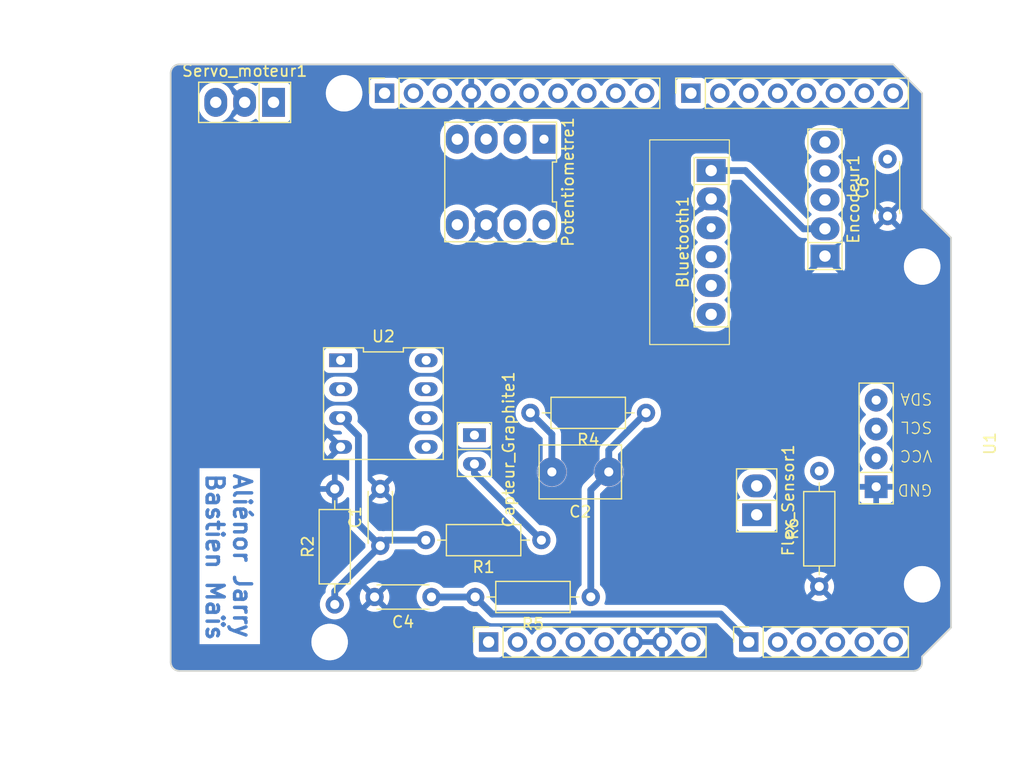
<source format=kicad_pcb>
(kicad_pcb (version 20241229) (generator "pcbnew") (generator_version "9.0")
  (title_block (date "mar. 31 mars 2015"))
  (layers (0 "F.Cu" signal) (2 "B.Cu" signal) (13 "F.Paste" user) (15 "B.Paste" user) (5 "F.SilkS" user "F.Silkscreen") (7 "B.SilkS" user "B.Silkscreen") (1 "F.Mask" user) (3 "B.Mask" user) (25 "Edge.Cuts" user))
  (net 0 "")
  (net 1 "GND")
  (net 3 "+5V")
  (net 4 "/IOREF")
  (net 5 "TXD")
  (net 6 "RXD")
  (net 7 "/A2")
  (net 8 "/A3")
  (net 9 "R3")
  (net 10 "DATA")
  (net 11 "SW")
  (net 12 "/12")
  (net 13 "/AREF")
  (net 14 "CS")
  (net 15 "SCL")
  (net 16 "SCK")
  (net 17 "SI")
  (net 18 "/*9")
  (net 19 "A4")
  (net 20 "A1")
  (net 21 "/*6")
  (net 22 "CLK")
  (net 23 "/TX{slash}1")
  (net 24 "D3")
  (net 25 "/RX{slash}0")
  (net 26 "+3V3")
  (net 27 "VCC")
  (net 28 "/~{RESET}")
  (net 29 "Net-(C2-Pad1)")
  (net 30 "ADC")
  (net 31 "Net-(Capteur_Graphite1-SCRC)")
  (net 37 "Net-(U2-+)")
  (footprint "Connector_PinSocket_2.54mm:PinSocket_1x08_P2.54mm_Vertical" (layer "F.Cu") (at 127.94 97.46 90)
    (property "Reference" "J1" (hide yes))
    (property "Value" "Power")
    (fp_line (start 1.33 -1.33) (end 1.33 0) (stroke (width 0.12)) (layer "F.SilkS"))
    (fp_line (start 0 -1.33) (end 1.33 -1.33) (stroke (width 0.12)) (layer "F.SilkS"))
    (fp_line (start 1.33 1.27) (end 1.33 19.11) (stroke (width 0.12)) (layer "F.SilkS"))
    (fp_line (start -1.33 1.27) (end 1.33 1.27) (stroke (width 0.12)) (layer "F.SilkS"))
    (fp_line (start -1.33 1.27) (end -1.33 19.11) (stroke (width 0.12)) (layer "F.SilkS"))
    (fp_line (start -1.33 19.11) (end 1.33 19.11) (stroke (width 0.12)) (layer "F.SilkS"))
    (pad "1" thru_hole rect (at 0 0 90) (size 1.7 1.7) (drill 1) (layers "*.Cu" "*.Mask"))
    (pad "2" thru_hole oval (at 0 2.54 90) (size 1.7 1.7) (drill 1) (layers "*.Cu" "*.Mask") (net 4 "/IOREF"))
    (pad "3" thru_hole oval (at 0 5.08 90) (size 1.7 1.7) (drill 1) (layers "*.Cu" "*.Mask") (net 28 "/~{RESET}"))
    (pad "4" thru_hole oval (at 0 7.62 90) (size 1.7 1.7) (drill 1) (layers "*.Cu" "*.Mask") (net 26 "+3V3"))
    (pad "5" thru_hole oval (at 0 10.16 90) (size 1.7 1.7) (drill 1) (layers "*.Cu" "*.Mask") (net 3 "+5V"))
    (pad "6" thru_hole oval (at 0 12.7 90) (size 1.7 1.7) (drill 1) (layers "*.Cu" "*.Mask") (net 1 "GND"))
    (pad "7" thru_hole oval (at 0 15.24 90) (size 1.7 1.7) (drill 1) (layers "*.Cu" "*.Mask") (net 1 "GND"))
    (pad "8" thru_hole oval (at 0 17.78 90) (size 1.7 1.7) (drill 1) (layers "*.Cu" "*.Mask") (net 27 "VCC"))
  )
  (footprint "Connector_PinSocket_2.54mm:PinSocket_1x06_P2.54mm_Vertical" (layer "F.Cu") (at 150.8 97.46 90)
    (property "Reference" "J3" (hide yes))
    (property "Value" "Analog")
    (fp_line (start 1.33 -1.33) (end 1.33 0) (stroke (width 0.12)) (layer "F.SilkS"))
    (fp_line (start 0 -1.33) (end 1.33 -1.33) (stroke (width 0.12)) (layer "F.SilkS"))
    (fp_line (start 1.33 1.27) (end 1.33 14.03) (stroke (width 0.12)) (layer "F.SilkS"))
    (fp_line (start -1.33 1.27) (end 1.33 1.27) (stroke (width 0.12)) (layer "F.SilkS"))
    (fp_line (start -1.33 1.27) (end -1.33 14.03) (stroke (width 0.12)) (layer "F.SilkS"))
    (fp_line (start -1.33 14.03) (end 1.33 14.03) (stroke (width 0.12)) (layer "F.SilkS"))
    (pad "1" thru_hole rect (at 0 0 90) (size 1.7 1.7) (drill 1) (layers "*.Cu" "*.Mask") (net 30 "ADC"))
    (pad "2" thru_hole oval (at 0 2.54 90) (size 1.7 1.7) (drill 1) (layers "*.Cu" "*.Mask") (net 20 "A1"))
    (pad "3" thru_hole oval (at 0 5.08 90) (size 1.7 1.7) (drill 1) (layers "*.Cu" "*.Mask") (net 7 "/A2"))
    (pad "4" thru_hole oval (at 0 7.62 90) (size 1.7 1.7) (drill 1) (layers "*.Cu" "*.Mask") (net 8 "/A3"))
    (pad "5" thru_hole oval (at 0 10.16 90) (size 1.7 1.7) (drill 1) (layers "*.Cu" "*.Mask") (net 19 "A4"))
    (pad "6" thru_hole oval (at 0 12.7 90) (size 1.7 1.7) (drill 1) (layers "*.Cu" "*.Mask") (net 15 "SCL"))
  )
  (footprint "Connector_PinSocket_2.54mm:PinSocket_1x10_P2.54mm_Vertical" (layer "F.Cu") (at 118.796 49.2 90)
    (property "Reference" "J2" (hide yes))
    (property "Value" "Digital/PWM")
    (fp_line (start 1.33 -1.33) (end 1.33 0) (stroke (width 0.12)) (layer "F.SilkS"))
    (fp_line (start 0 -1.33) (end 1.33 -1.33) (stroke (width 0.12)) (layer "F.SilkS"))
    (fp_line (start 1.33 1.27) (end 1.33 24.19) (stroke (width 0.12)) (layer "F.SilkS"))
    (fp_line (start -1.33 1.27) (end 1.33 1.27) (stroke (width 0.12)) (layer "F.SilkS"))
    (fp_line (start -1.33 1.27) (end -1.33 24.19) (stroke (width 0.12)) (layer "F.SilkS"))
    (fp_line (start -1.33 24.19) (end 1.33 24.19) (stroke (width 0.12)) (layer "F.SilkS"))
    (pad "1" thru_hole rect (at 0 0 90) (size 1.7 1.7) (drill 1) (layers "*.Cu" "*.Mask") (net 15 "SCL"))
    (pad "2" thru_hole oval (at 0 2.54 90) (size 1.7 1.7) (drill 1) (layers "*.Cu" "*.Mask") (net 19 "A4"))
    (pad "3" thru_hole oval (at 0 5.08 90) (size 1.7 1.7) (drill 1) (layers "*.Cu" "*.Mask") (net 13 "/AREF"))
    (pad "4" thru_hole oval (at 0 7.62 90) (size 1.7 1.7) (drill 1) (layers "*.Cu" "*.Mask") (net 1 "GND"))
    (pad "5" thru_hole oval (at 0 10.16 90) (size 1.7 1.7) (drill 1) (layers "*.Cu" "*.Mask") (net 16 "SCK"))
    (pad "6" thru_hole oval (at 0 12.7 90) (size 1.7 1.7) (drill 1) (layers "*.Cu" "*.Mask") (net 12 "/12"))
    (pad "7" thru_hole oval (at 0 15.24 90) (size 1.7 1.7) (drill 1) (layers "*.Cu" "*.Mask") (net 14 "CS"))
    (pad "8" thru_hole oval (at 0 17.78 90) (size 1.7 1.7) (drill 1) (layers "*.Cu" "*.Mask") (net 17 "SI"))
    (pad "9" thru_hole oval (at 0 20.32 90) (size 1.7 1.7) (drill 1) (layers "*.Cu" "*.Mask") (net 18 "/*9"))
    (pad "10" thru_hole oval (at 0 22.86 90) (size 1.7 1.7) (drill 1) (layers "*.Cu" "*.Mask") (net 6 "RXD"))
  )
  (footprint "Connector_PinSocket_2.54mm:PinSocket_1x08_P2.54mm_Vertical" (layer "F.Cu") (at 145.72 49.2 90)
    (property "Reference" "J4" (hide yes))
    (property "Value" "Digital/PWM")
    (fp_line (start 1.33 -1.33) (end 1.33 0) (stroke (width 0.12)) (layer "F.SilkS"))
    (fp_line (start 0 -1.33) (end 1.33 -1.33) (stroke (width 0.12)) (layer "F.SilkS"))
    (fp_line (start 1.33 1.27) (end 1.33 19.11) (stroke (width 0.12)) (layer "F.SilkS"))
    (fp_line (start -1.33 1.27) (end 1.33 1.27) (stroke (width 0.12)) (layer "F.SilkS"))
    (fp_line (start -1.33 1.27) (end -1.33 19.11) (stroke (width 0.12)) (layer "F.SilkS"))
    (fp_line (start -1.33 19.11) (end 1.33 19.11) (stroke (width 0.12)) (layer "F.SilkS"))
    (pad "1" thru_hole rect (at 0 0 90) (size 1.7 1.7) (drill 1) (layers "*.Cu" "*.Mask") (net 5 "TXD"))
    (pad "2" thru_hole oval (at 0 2.54 90) (size 1.7 1.7) (drill 1) (layers "*.Cu" "*.Mask") (net 21 "/*6"))
    (pad "3" thru_hole oval (at 0 5.08 90) (size 1.7 1.7) (drill 1) (layers "*.Cu" "*.Mask") (net 11 "SW"))
    (pad "4" thru_hole oval (at 0 7.62 90) (size 1.7 1.7) (drill 1) (layers "*.Cu" "*.Mask") (net 10 "DATA"))
    (pad "5" thru_hole oval (at 0 10.16 90) (size 1.7 1.7) (drill 1) (layers "*.Cu" "*.Mask") (net 24 "D3"))
    (pad "6" thru_hole oval (at 0 12.7 90) (size 1.7 1.7) (drill 1) (layers "*.Cu" "*.Mask") (net 22 "CLK"))
    (pad "7" thru_hole oval (at 0 15.24 90) (size 1.7 1.7) (drill 1) (layers "*.Cu" "*.Mask") (net 23 "/TX{slash}1"))
    (pad "8" thru_hole oval (at 0 17.78 90) (size 1.7 1.7) (drill 1) (layers "*.Cu" "*.Mask") (net 25 "/RX{slash}0"))
  )
  (footprint "Resistor_THT:R_Axial_DIN0207_L6.3mm_D2.5mm_P10.16mm_Horizontal" (layer "F.Cu") (at 132.58 88.5 180)
    (property "Reference" "R1" (at 5.08 -2.37 0) (layer "F.SilkS"))
    (property "Value" "10k")
    (fp_line (start 9.12 0) (end 8.35 0) (stroke (width 0.12)) (layer "F.SilkS"))
    (fp_line (start 8.35 1.37) (end 8.35 -1.37) (stroke (width 0.12)) (layer "F.SilkS"))
    (fp_line (start 8.35 -1.37) (end 1.81 -1.37) (stroke (width 0.12)) (layer "F.SilkS"))
    (fp_line (start 1.81 1.37) (end 8.35 1.37) (stroke (width 0.12)) (layer "F.SilkS"))
    (fp_line (start 1.81 -1.37) (end 1.81 1.37) (stroke (width 0.12)) (layer "F.SilkS"))
    (fp_line (start 1.04 0) (end 1.81 0) (stroke (width 0.12)) (layer "F.SilkS"))
    (pad "1" thru_hole circle (at 0 0 180) (size 1.6 1.6) (drill 0.8) (layers "*.Cu" "*.Mask") (net 31 "Net-(Capteur_Graphite1-SCRC)"))
    (pad "2" thru_hole oval (at 10.16 0 180) (size 1.6 1.6) (drill 0.8) (layers "*.Cu" "*.Mask") (net 37 "Net-(U2-+)"))
  )
  (footprint "ma_lib_empreinte:Capteur" (layer "F.Cu") (at 126.695 80.535 -90)
    (property "Reference" "Capteur_Graphite1" (at 0 -3 90) (layer "F.SilkS"))
    (property "Value" "~")
    (fp_line (start -2.37 1.5) (end -2.37 -1.5) (stroke (width 0.12)) (layer "F.SilkS"))
    (fp_line (start 2.37 1.5) (end -2.37 1.5) (stroke (width 0.12)) (layer "F.SilkS"))
    (fp_line (start -2.37 -1.5) (end 2.37 -1.5) (stroke (width 0.12)) (layer "F.SilkS"))
    (fp_line (start 0 -1.5) (end 0 1.5) (stroke (width 0.12)) (layer "F.SilkS"))
    (fp_line (start 2.37 -1.5) (end 2.37 1.5) (stroke (width 0.12)) (layer "F.SilkS"))
    (pad "1" thru_hole rect (at -1.27 0 270) (size 1.2 2) (drill 0.8) (layers "*.Cu" "*.Mask") (net 3 "+5V"))
    (pad "2" thru_hole oval (at 1.27 0 270) (size 1.2 2) (drill 0.8) (layers "*.Cu" "*.Mask") (net 31 "Net-(Capteur_Graphite1-SCRC)"))
  )
  (footprint "Resistor_THT:R_Axial_DIN0207_L6.3mm_D2.5mm_P10.16mm_Horizontal" (layer "F.Cu") (at 136.92 93.5 180)
    (property "Reference" "R5" (at 5.08 -2.37 0) (layer "F.SilkS"))
    (property "Value" "1k")
    (fp_line (start 9.12 0) (end 8.35 0) (stroke (width 0.12)) (layer "F.SilkS"))
    (fp_line (start 8.35 1.37) (end 8.35 -1.37) (stroke (width 0.12)) (layer "F.SilkS"))
    (fp_line (start 8.35 -1.37) (end 1.81 -1.37) (stroke (width 0.12)) (layer "F.SilkS"))
    (fp_line (start 1.81 1.37) (end 8.35 1.37) (stroke (width 0.12)) (layer "F.SilkS"))
    (fp_line (start 1.81 -1.37) (end 1.81 1.37) (stroke (width 0.12)) (layer "F.SilkS"))
    (fp_line (start 1.04 0) (end 1.81 0) (stroke (width 0.12)) (layer "F.SilkS"))
    (pad "1" thru_hole circle (at 0 0 180) (size 1.6 1.6) (drill 0.8) (layers "*.Cu" "*.Mask") (net 29 "Net-(C2-Pad1)"))
    (pad "2" thru_hole oval (at 10.16 0 180) (size 1.6 1.6) (drill 0.8) (layers "*.Cu" "*.Mask") (net 30 "ADC"))
  )
  (footprint "Resistor_THT:R_Axial_DIN0207_L6.3mm_D2.5mm_P10.16mm_Horizontal" (layer "F.Cu") (at 157 92.58 90)
    (property "Reference" "R6" (at 5.08 -2.37 90) (layer "F.SilkS"))
    (property "Value" "47k")
    (fp_line (start 8.35 -1.37) (end 1.81 -1.37) (stroke (width 0.12)) (layer "F.SilkS"))
    (fp_line (start 1.81 -1.37) (end 1.81 1.37) (stroke (width 0.12)) (layer "F.SilkS"))
    (fp_line (start 9.12 0) (end 8.35 0) (stroke (width 0.12)) (layer "F.SilkS"))
    (fp_line (start 1.04 0) (end 1.81 0) (stroke (width 0.12)) (layer "F.SilkS"))
    (fp_line (start 8.35 1.37) (end 8.35 -1.37) (stroke (width 0.12)) (layer "F.SilkS"))
    (fp_line (start 1.81 1.37) (end 8.35 1.37) (stroke (width 0.12)) (layer "F.SilkS"))
    (pad "1" thru_hole circle (at 0 0 90) (size 1.6 1.6) (drill 0.8) (layers "*.Cu" "*.Mask") (net 1 "GND"))
    (pad "2" thru_hole oval (at 10.16 0 90) (size 1.6 1.6) (drill 0.8) (layers "*.Cu" "*.Mask") (net 20 "A1"))
  )
  (footprint "ma_lib_empreinte:Bluetooth" (layer "F.Cu") (at 147.5 62.3 -90)
    (property "Reference" "Bluetooth1" (at 0 2.5 90) (layer "F.SilkS"))
    (property "Value" "~")
    (fp_line (start -7.45 1.5) (end -7.45 -1.5) (stroke (width 0.12)) (layer "F.SilkS"))
    (fp_line (start 7.45 1.5) (end -7.45 1.5) (stroke (width 0.12)) (layer "F.SilkS"))
    (fp_line (start -7.45 -1.5) (end 7.45 -1.5) (stroke (width 0.12)) (layer "F.SilkS"))
    (fp_line (start -5.08 -1.5) (end -5.08 1.5) (stroke (width 0.12)) (layer "F.SilkS"))
    (fp_line (start 7.45 -1.5) (end 7.45 1.5) (stroke (width 0.12)) (layer "F.SilkS"))
    (fp_rect (start -9 -1.6) (end 9 5.4) (stroke (width 0.1)) (fill no) (layer "F.SilkS"))
    (pad "1" thru_hole rect (at -6.3 0 270) (size 2 2.54) (drill 1) (layers "*.Cu" "*.Mask") (net 3 "+5V"))
    (pad "2" thru_hole oval (at -3.81 0 270) (size 2 2.54) (drill 1) (layers "*.Cu" "*.Mask") (net 1 "GND"))
    (pad "3" thru_hole oval (at -1.27 0 270) (size 2 2.54) (drill 0.8) (layers "*.Cu" "*.Mask") (net 5 "TXD"))
    (pad "4" thru_hole oval (at 1.27 0 270) (size 2 2.54) (drill 1) (layers "*.Cu" "*.Mask") (net 6 "RXD"))
    (pad "5" thru_hole oval (at 3.81 0 270) (size 2 2.54) (drill 1) (layers "*.Cu" "*.Mask"))
    (pad "6" thru_hole oval (at 6.35 0 270) (size 2 2.54) (drill 1) (layers "*.Cu" "*.Mask"))
  )
  (footprint "Capacitor_THT:C_Rect_L7.0mm_W4.5mm_P5.00mm" (layer "F.Cu") (at 138.5 82.5 180)
    (property "Reference" "C2" (at 2.5 -3.5 0) (layer "F.SilkS"))
    (property "Value" "1u")
    (fp_line (start 6.12 -2.37) (end 6.12 2.37) (stroke (width 0.12)) (layer "F.SilkS"))
    (fp_line (start -1.12 2.37) (end 6.12 2.37) (stroke (width 0.12)) (layer "F.SilkS"))
    (fp_line (start -1.12 -2.37) (end 6.12 -2.37) (stroke (width 0.12)) (layer "F.SilkS"))
    (fp_line (start -1.12 -2.37) (end -1.12 2.37) (stroke (width 0.12)) (layer "F.SilkS"))
    (pad "1" thru_hole circle (at 0 0 180) (size 2.54 2.54) (drill 0.8) (layers "*.Cu" "*.Mask") (net 29 "Net-(C2-Pad1)"))
    (pad "2" thru_hole circle (at 5 0 180) (size 2.54 2.54) (drill 0.8) (layers "*.Cu" "*.Mask") (net 9 "R3"))
  )
  (footprint "Arduino_MountingHole:MountingHole_3.2mm" (layer "F.Cu") (at 115.24 49.2)
    (property "Reference" "MH1" (hide yes))
    (property "Value" "MountingHole_3.2mm" (hide yes))
    (pad "" np_thru_hole circle (at 0 0) (size 3.2 3.2) (drill 3.2) (layers "*.Cu" "*.Mask"))
  )
  (footprint "ma_lib_empreinte:Potentiometre" (layer "F.Cu") (at 129 57 -90)
    (property "Reference" "Potentiometre1" (at 0 -5.91 90) (layer "F.SilkS"))
    (property "Value" "~")
    (fp_line (start -5.26 4.91) (end 5.26 4.91) (stroke (width 0.12)) (layer "F.SilkS"))
    (fp_line (start 5.26 4.91) (end 5.26 -4.91) (stroke (width 0.12)) (layer "F.SilkS"))
    (fp_line (start -1.753333 -4.55) (end -1.753333 -4.91) (stroke (width 0.12)) (layer "F.SilkS"))
    (fp_line (start 1.753333 -4.55) (end -1.753333 -4.55) (stroke (width 0.12)) (layer "F.SilkS"))
    (fp_line (start -5.26 -4.91) (end -5.26 4.91) (stroke (width 0.12)) (layer "F.SilkS"))
    (fp_line (start -1.753333 -4.91) (end -5.26 -4.91) (stroke (width 0.12)) (layer "F.SilkS"))
    (fp_line (start 1.753333 -4.91) (end 1.753333 -4.55) (stroke (width 0.12)) (layer "F.SilkS"))
    (fp_line (start 5.26 -4.91) (end 1.753333 -4.91) (stroke (width 0.12)) (layer "F.SilkS"))
    (pad "1" thru_hole rect (at -3.76 -3.81 180) (size 2 2.54) (drill 0.8) (layers "*.Cu" "*.Mask") (net 14 "CS"))
    (pad "2" thru_hole oval (at -3.76 -1.27 180) (size 2 2.54) (drill 1) (layers "*.Cu" "*.Mask") (net 16 "SCK"))
    (pad "3" thru_hole oval (at -3.76 1.27 180) (size 2 2.54) (drill 1) (layers "*.Cu" "*.Mask") (net 17 "SI"))
    (pad "4" thru_hole oval (at -3.76 3.81 180) (size 2 2.54) (drill 1) (layers "*.Cu" "*.Mask"))
    (pad "5" thru_hole oval (at 3.76 3.81 180) (size 2 2.54) (drill 1) (layers "*.Cu" "*.Mask"))
    (pad "6" thru_hole oval (at 3.76 1.27 180) (size 2 2.54) (drill 1) (layers "*.Cu" "*.Mask") (net 1 "GND"))
    (pad "7" thru_hole oval (at 3.76 -1.27 180) (size 2 2.54) (drill 1) (layers "*.Cu" "*.Mask") (net 9 "R3"))
    (pad "8" thru_hole oval (at 3.76 -3.81 180) (size 2 2.54) (drill 1) (layers "*.Cu" "*.Mask"))
  )
  (footprint "ma_lib_empreinte:Flex_Sensor" (layer "F.Cu") (at 151.5 85 90)
    (property "Reference" "Flex_Sensor1" (at 0 2.77 90) (layer "F.SilkS"))
    (property "Value" "~")
    (fp_line (start 2.77 -1.77) (end 2.77 1.77) (stroke (width 0.12)) (layer "F.SilkS"))
    (fp_line (start 0 -1.77) (end 0 1.77) (stroke (width 0.12)) (layer "F.SilkS"))
    (fp_line (start -2.77 -1.77) (end 2.77 -1.77) (stroke (width 0.12)) (layer "F.SilkS"))
    (fp_line (start 2.77 1.77) (end -2.77 1.77) (stroke (width 0.12)) (layer "F.SilkS"))
    (fp_line (start -2.77 1.77) (end -2.77 -1.77) (stroke (width 0.12)) (layer "F.SilkS"))
    (pad "1" thru_hole rect (at -1.27 0 90) (size 2 2.54) (drill 1) (layers "*.Cu" "*.Mask") (net 3 "+5V"))
    (pad "2" thru_hole oval (at 1.27 0 90) (size 2 2.54) (drill 1) (layers "*.Cu" "*.Mask") (net 20 "A1"))
  )
  (footprint "Resistor_THT:R_Axial_DIN0207_L6.3mm_D2.5mm_P10.16mm_Horizontal" (layer "F.Cu") (at 141.775 77.305 180)
    (property "Reference" "R4" (at 5.08 -2.37 0) (layer "F.SilkS"))
    (property "Value" "100k")
    (fp_line (start 9.12 0) (end 8.35 0) (stroke (width 0.12)) (layer "F.SilkS"))
    (fp_line (start 8.35 1.37) (end 8.35 -1.37) (stroke (width 0.12)) (layer "F.SilkS"))
    (fp_line (start 8.35 -1.37) (end 1.81 -1.37) (stroke (width 0.12)) (layer "F.SilkS"))
    (fp_line (start 1.81 1.37) (end 8.35 1.37) (stroke (width 0.12)) (layer "F.SilkS"))
    (fp_line (start 1.81 -1.37) (end 1.81 1.37) (stroke (width 0.12)) (layer "F.SilkS"))
    (fp_line (start 1.04 0) (end 1.81 0) (stroke (width 0.12)) (layer "F.SilkS"))
    (pad "1" thru_hole circle (at 0 0 180) (size 1.6 1.6) (drill 0.8) (layers "*.Cu" "*.Mask") (net 29 "Net-(C2-Pad1)"))
    (pad "2" thru_hole oval (at 10.16 0 180) (size 1.6 1.6) (drill 0.8) (layers "*.Cu" "*.Mask") (net 9 "R3"))
  )
  (footprint "ma_lib_empreinte:Servo_Moteur" (layer "F.Cu") (at 106.5 50 180)
    (property "Reference" "Servo_moteur1" (at 0 2.77 0) (layer "F.SilkS"))
    (property "Value" "~")
    (fp_line (start 4.04 1.77) (end -4.04 1.77) (stroke (width 0.12)) (layer "F.SilkS"))
    (fp_line (start 4.04 -1.77) (end 4.04 1.77) (stroke (width 0.12)) (layer "F.SilkS"))
    (fp_line (start -1.27 -1.77) (end -1.27 1.77) (stroke (width 0.12)) (layer "F.SilkS"))
    (fp_line (start -4.04 1.77) (end -4.04 -1.77) (stroke (width 0.12)) (layer "F.SilkS"))
    (fp_line (start -4.04 -1.77) (end 4.04 -1.77) (stroke (width 0.12)) (layer "F.SilkS"))
    (pad "1" thru_hole rect (at -2.54 0 180) (size 2 2.54) (drill 1) (layers "*.Cu" "*.Mask") (net 3 "+5V"))
    (pad "2" thru_hole oval (at 0 0 180) (size 2 2.54) (drill 1) (layers "*.Cu" "*.Mask") (net 1 "GND"))
    (pad "3" thru_hole oval (at 2.54 0 180) (size 2 2.54) (drill 1) (layers "*.Cu" "*.Mask") (net 24 "D3"))
  )
  (footprint "Capacitor_THT:C_Disc_D4.3mm_W1.9mm_P5.00mm" (layer "F.Cu") (at 163 60 90)
    (property "Reference" "C6" (at 2.5 -2.2 90) (layer "F.SilkS"))
    (property "Value" "100n")
    (fp_line (start 4.77 -1.07) (end 4.77 -1.055) (stroke (width 0.12)) (layer "F.SilkS"))
    (fp_line (start 0.23 -1.07) (end 4.77 -1.07) (stroke (width 0.12)) (layer "F.SilkS"))
    (fp_line (start 0.23 -1.07) (end 0.23 -1.055) (stroke (width 0.12)) (layer "F.SilkS"))
    (fp_line (start 4.77 1.055) (end 4.77 1.07) (stroke (width 0.12)) (layer "F.SilkS"))
    (fp_line (start 0.23 1.055) (end 0.23 1.07) (stroke (width 0.12)) (layer "F.SilkS"))
    (fp_line (start 0.23 1.07) (end 4.77 1.07) (stroke (width 0.12)) (layer "F.SilkS"))
    (pad "1" thru_hole circle (at 0 0 90) (size 1.6 1.6) (drill 0.8) (layers "*.Cu" "*.Mask") (net 1 "GND"))
    (pad "2" thru_hole circle (at 5 0 90) (size 1.6 1.6) (drill 0.8) (layers "*.Cu" "*.Mask") (net 22 "CLK"))
  )
  (footprint "Capacitor_THT:C_Disc_D4.3mm_W1.9mm_P5.00mm" (layer "F.Cu") (at 122.92 93.5 180)
    (property "Reference" "C4" (at 2.5 -2.2 0) (layer "F.SilkS"))
    (property "Value" "100n")
    (fp_line (start 4.77 1.055) (end 4.77 1.07) (stroke (width 0.12)) (layer "F.SilkS"))
    (fp_line (start 4.77 -1.07) (end 4.77 -1.055) (stroke (width 0.12)) (layer "F.SilkS"))
    (fp_line (start 0.23 1.07) (end 4.77 1.07) (stroke (width 0.12)) (layer "F.SilkS"))
    (fp_line (start 0.23 1.055) (end 0.23 1.07) (stroke (width 0.12)) (layer "F.SilkS"))
    (fp_line (start 0.23 -1.07) (end 4.77 -1.07) (stroke (width 0.12)) (layer "F.SilkS"))
    (fp_line (start 0.23 -1.07) (end 0.23 -1.055) (stroke (width 0.12)) (layer "F.SilkS"))
    (pad "1" thru_hole circle (at 0 0 180) (size 1.6 1.6) (drill 0.8) (layers "*.Cu" "*.Mask") (net 30 "ADC"))
    (pad "2" thru_hole circle (at 5 0 180) (size 1.6 1.6) (drill 0.8) (layers "*.Cu" "*.Mask") (net 1 "GND"))
  )
  (footprint "Resistor_THT:R_Axial_DIN0207_L6.3mm_D2.5mm_P10.16mm_Horizontal" (layer "F.Cu") (at 114.42 94.16 90)
    (property "Reference" "R2" (at 5.08 -2.37 90) (layer "F.SilkS"))
    (property "Value" "100k")
    (fp_line (start 8.35 -1.37) (end 1.81 -1.37) (stroke (width 0.12)) (layer "F.SilkS"))
    (fp_line (start 1.81 -1.37) (end 1.81 1.37) (stroke (width 0.12)) (layer "F.SilkS"))
    (fp_line (start 9.12 0) (end 8.35 0) (stroke (width 0.12)) (layer "F.SilkS"))
    (fp_line (start 1.04 0) (end 1.81 0) (stroke (width 0.12)) (layer "F.SilkS"))
    (fp_line (start 8.35 1.37) (end 8.35 -1.37) (stroke (width 0.12)) (layer "F.SilkS"))
    (fp_line (start 1.81 1.37) (end 8.35 1.37) (stroke (width 0.12)) (layer "F.SilkS"))
    (pad "1" thru_hole circle (at 0 0 90) (size 1.6 1.6) (drill 0.8) (layers "*.Cu" "*.Mask") (net 37 "Net-(U2-+)"))
    (pad "2" thru_hole oval (at 10.16 0 90) (size 1.6 1.6) (drill 0.8) (layers "*.Cu" "*.Mask") (net 1 "GND"))
  )
  (footprint "ma_lib_empreinte:Ampli" (layer "F.Cu") (at 118.695 76.495 -90)
    (property "Reference" "U2" (at -5.91 0 0) (layer "F.SilkS"))
    (property "Value" "LTC1050")
    (fp_line (start -4.91 5.26) (end 4.91 5.26) (stroke (width 0.12)) (layer "F.SilkS"))
    (fp_line (start 4.91 5.26) (end 4.91 -5.26) (stroke (width 0.12)) (layer "F.SilkS"))
    (fp_line (start -4.91 1.753333) (end -4.91 5.26) (stroke (width 0.12)) (layer "F.SilkS"))
    (fp_line (start -4.55 1.753333) (end -4.91 1.753333) (stroke (width 0.12)) (layer "F.SilkS"))
    (fp_line (start -4.91 -1.753333) (end -4.55 -1.753333) (stroke (width 0.12)) (layer "F.SilkS"))
    (fp_line (start -4.55 -1.753333) (end -4.55 1.753333) (stroke (width 0.12)) (layer "F.SilkS"))
    (fp_line (start -4.91 -5.26) (end -4.91 -1.753333) (stroke (width 0.12)) (layer "F.SilkS"))
    (fp_line (start 4.91 -5.26) (end -4.91 -5.26) (stroke (width 0.12)) (layer "F.SilkS"))
    (pad "1" thru_hole rect (at -3.81 3.76 270) (size 1.2 2) (drill 0.8) (layers "*.Cu" "*.Mask"))
    (pad "2" thru_hole oval (at -1.27 3.76 270) (size 1.2 2) (drill 0.8) (layers "*.Cu" "*.Mask") (net 9 "R3"))
    (pad "3" thru_hole oval (at 1.27 3.76 270) (size 1.2 2) (drill 0.8) (layers "*.Cu" "*.Mask") (net 37 "Net-(U2-+)"))
    (pad "4" thru_hole oval (at 3.81 3.76 270) (size 1.2 2) (drill 0.8) (layers "*.Cu" "*.Mask") (net 1 "GND"))
    (pad "5" thru_hole oval (at 3.81 -3.76 270) (size 1.2 2) (drill 0.8) (layers "*.Cu" "*.Mask"))
    (pad "6" thru_hole oval (at 1.27 -3.76 270) (size 1.2 2) (drill 0.8) (layers "*.Cu" "*.Mask") (net 29 "Net-(C2-Pad1)"))
    (pad "7" thru_hole oval (at -1.27 -3.76 270) (size 1.2 2) (drill 0.8) (layers "*.Cu" "*.Mask") (net 3 "+5V"))
    (pad "8" thru_hole oval (at -3.81 -3.76 270) (size 1.2 2) (drill 0.8) (layers "*.Cu" "*.Mask"))
  )
  (footprint "ma_lib_empreinte:OLED" (layer "F.Cu") (at 162 80 90)
    (property "Reference" "U1" (at 0 10 90) (layer "F.SilkS"))
    (property "Value" "~")
    (fp_line (start 5.31 -1.5) (end 5.31 1.5) (stroke (width 0.12)) (layer "F.SilkS"))
    (fp_line (start -2.54 -1.5) (end -2.54 1.5) (stroke (width 0.12)) (layer "F.SilkS"))
    (fp_line (start -5.31 -1.5) (end 5.31 -1.5) (stroke (width 0.12)) (layer "F.SilkS"))
    (fp_line (start 5.31 1.5) (end -5.31 1.5) (stroke (width 0.12)) (layer "F.SilkS"))
    (fp_line (start -5.31 1.5) (end -5.31 -1.5) (stroke (width 0.12)) (layer "F.SilkS"))
    (fp_text user "VCC" (at -0.5 5 180) (layer "F.SilkS") (effects (font (thickness 0.1)) (justify left bottom)))
    (fp_text user "GND" (at -3.5 5 180) (layer "F.SilkS") (effects (font (thickness 0.1)) (justify left bottom)))
    (fp_text user "SCL" (at 2 5 180) (layer "F.SilkS") (effects (font (thickness 0.1)) (justify left bottom)))
    (fp_text user "SDA" (at 4.5 5 180) (layer "F.SilkS") (effects (font (thickness 0.1)) (justify left bottom)))
    (pad "1" thru_hole rect (at -3.81 0 90) (size 2 2) (drill 0.8) (layers "*.Cu" "*.Mask") (net 1 "GND"))
    (pad "2" thru_hole circle (at -1.27 0 90) (size 2 2) (drill 0.8) (layers "*.Cu" "*.Mask") (net 3 "+5V"))
    (pad "3" thru_hole circle (at 1.27 0 90) (size 2 2) (drill 0.8) (layers "*.Cu" "*.Mask") (net 15 "SCL"))
    (pad "4" thru_hole circle (at 3.81 0 90) (size 2 2) (drill 0.8) (layers "*.Cu" "*.Mask") (net 19 "A4"))
  )
  (footprint "Arduino_MountingHole:MountingHole_3.2mm" (layer "F.Cu") (at 113.97 97.46)
    (property "Reference" "MH2" (hide yes))
    (property "Value" "MountingHole_3.2mm" (hide yes))
    (pad "" np_thru_hole circle (at 0 0) (size 3.2 3.2) (drill 3.2) (layers "*.Cu" "*.Mask"))
  )
  (footprint "Capacitor_THT:C_Disc_D4.3mm_W1.9mm_P5.00mm" (layer "F.Cu") (at 118.42 89 90)
    (property "Reference" "C1" (at 2.5 -2.2 90) (layer "F.SilkS"))
    (property "Value" "100n")
    (fp_line (start 4.77 -1.07) (end 4.77 -1.055) (stroke (width 0.12)) (layer "F.SilkS"))
    (fp_line (start 0.23 -1.07) (end 4.77 -1.07) (stroke (width 0.12)) (layer "F.SilkS"))
    (fp_line (start 0.23 -1.07) (end 0.23 -1.055) (stroke (width 0.12)) (layer "F.SilkS"))
    (fp_line (start 4.77 1.055) (end 4.77 1.07) (stroke (width 0.12)) (layer "F.SilkS"))
    (fp_line (start 0.23 1.055) (end 0.23 1.07) (stroke (width 0.12)) (layer "F.SilkS"))
    (fp_line (start 0.23 1.07) (end 4.77 1.07) (stroke (width 0.12)) (layer "F.SilkS"))
    (pad "1" thru_hole circle (at 0 0 90) (size 1.6 1.6) (drill 0.8) (layers "*.Cu" "*.Mask") (net 37 "Net-(U2-+)"))
    (pad "2" thru_hole circle (at 5 0 90) (size 1.6 1.6) (drill 0.8) (layers "*.Cu" "*.Mask") (net 1 "GND"))
  )
  (footprint "ma_lib_empreinte:Encodeur" (layer "F.Cu") (at 157.5 58.52 90)
    (property "Reference" "Encodeur1" (at 0 2.5 90) (layer "F.SilkS"))
    (property "Value" "~")
    (fp_line (start 6.18 -1.5) (end 6.18 1.5) (stroke (width 0.12)) (layer "F.SilkS"))
    (fp_line (start -3.81 -1.5) (end -3.81 1.5) (stroke (width 0.12)) (layer "F.SilkS"))
    (fp_line (start -6.18 -1.5) (end 6.18 -1.5) (stroke (width 0.12)) (layer "F.SilkS"))
    (fp_line (start 6.18 1.5) (end -6.18 1.5) (stroke (width 0.12)) (layer "F.SilkS"))
    (fp_line (start -6.18 1.5) (end -6.18 -1.5) (stroke (width 0.12)) (layer "F.SilkS"))
    (pad "1" thru_hole rect (at -5 0 90) (size 2 2.54) (drill 1) (layers "*.Cu" "*.Mask") (net 1 "GND"))
    (pad "2" thru_hole oval (at -2.6 0 90) (size 2 2.54) (drill 1) (layers "*.Cu" "*.Mask") (net 3 "+5V"))
    (pad "3" thru_hole oval (at -0.06 0 90) (size 2 2.54) (drill 1) (layers "*.Cu" "*.Mask") (net 11 "SW"))
    (pad "4" thru_hole oval (at 2.48 0 90) (size 2 2.54) (drill 1) (layers "*.Cu" "*.Mask") (net 10 "DATA"))
    (pad "5" thru_hole oval (at 5.02 0 90) (size 2 2.54) (drill 1) (layers "*.Cu" "*.Mask") (net 22 "CLK"))
  )
  (footprint "Arduino_MountingHole:MountingHole_3.2mm" (layer "F.Cu") (at 166.04 64.44)
    (property "Reference" "MH3" (hide yes))
    (property "Value" "MountingHole_3.2mm" (hide yes))
    (pad "" np_thru_hole circle (at 0 0) (size 3.2 3.2) (drill 3.2) (layers "*.Cu" "*.Mask"))
  )
  (footprint "Arduino_MountingHole:MountingHole_3.2mm" (layer "F.Cu") (at 166.04 92.38)
    (property "Reference" "MH4" (hide yes))
    (property "Value" "MountingHole_3.2mm" (hide yes))
    (pad "" np_thru_hole circle (at 0 0) (size 3.2 3.2) (drill 3.2) (layers "*.Cu" "*.Mask"))
  )
  (gr_line (start 166.04 59.36) (end 168.58 61.9) (stroke (width 0.15)) (layer "Edge.Cuts"))
  (gr_line (start 100 99.238) (end 100 47.422) (stroke (width 0.15)) (layer "Edge.Cuts"))
  (gr_line (start 168.58 61.9) (end 168.58 96.19) (stroke (width 0.15)) (layer "Edge.Cuts"))
  (gr_line (start 165.278 100) (end 100.762 100) (stroke (width 0.15)) (layer "Edge.Cuts"))
  (gr_line (start 100.762 46.66) (end 163.5 46.66) (stroke (width 0.15)) (layer "Edge.Cuts"))
  (gr_arc (start 100.762 100) (mid 100.223185 99.776815) (end 100 99.238) (stroke (width 0.15)) (layer "Edge.Cuts"))
  (gr_line (start 168.58 96.19) (end 166.04 98.73) (stroke (width 0.15)) (layer "Edge.Cuts"))
  (gr_line (start 163.5 46.66) (end 166.04 49.2) (stroke (width 0.15)) (layer "Edge.Cuts"))
  (gr_arc (start 166.04 99.238) (mid 165.816815 99.776815) (end 165.278 100) (stroke (width 0.15)) (layer "Edge.Cuts"))
  (gr_line (start 166.04 49.2) (end 166.04 59.36) (stroke (width 0.15)) (layer "Edge.Cuts"))
  (gr_line (start 166.04 98.73) (end 166.04 99.238) (stroke (width 0.15)) (layer "Edge.Cuts"))
  (gr_arc (start 100 47.422) (mid 100.223185 46.883185) (end 100.762 46.66) (stroke (width 0.15)) (layer "Edge.Cuts"))
  (gr_text "Aliénor Jarry\nBastien Maïs" (at 103 82.5 270) (layer "B.Cu") (effects (font (size 1.5 1.5) (thickness 0.3) (bold yes)) (justify left bottom)))
  (segment (start 147.5 56) (end 150.5 56) (width 0.6) (layer "B.Cu") (net 3))
  (segment (start 155.62 61.12) (end 157.5 61.12) (width 0.6) (layer "B.Cu") (net 3))
  (segment (start 150.5 56) (end 155.62 61.12) (width 0.6) (layer "B.Cu") (net 3))
  (segment (start 133.5 82.5) (end 133.5 79.19) (width 0.6) (layer "B.Cu") (net 9))
  (segment (start 133.5 79.19) (end 131.615 77.305) (width 0.6) (layer "B.Cu") (net 9))
  (segment (start 131.465 77.155) (end 131.615 77.305) (width 0.25) (layer "B.Cu") (net 9))
  (segment (start 138.5 80.58) (end 141.775 77.305) (width 0.6) (layer "B.Cu") (net 29))
  (segment (start 136.92 93.5) (end 136.92 84.08) (width 0.6) (layer "B.Cu") (net 29))
  (segment (start 136.92 84.08) (end 138.5 82.5) (width 0.6) (layer "B.Cu") (net 29))
  (segment (start 138.5 82.5) (end 138.5 80.58) (width 0.6) (layer "B.Cu") (net 29))
  (segment (start 122.92 93.5) (end 126.76 93.5) (width 0.6) (layer "B.Cu") (net 30))
  (segment (start 148.34 95) (end 150.8 97.46) (width 0.6) (layer "B.Cu") (net 30))
  (segment (start 128.26 95) (end 148.34 95) (width 0.6) (layer "B.Cu") (net 30))
  (segment (start 126.76 93.5) (end 128.26 95) (width 0.6) (layer "B.Cu") (net 30))
  (segment (start 126.695 82.615) (end 126.695 81.805) (width 0.6) (layer "B.Cu") (net 31))
  (segment (start 132.58 88.5) (end 126.695 82.615) (width 0.6) (layer "B.Cu") (net 31))
  (segment (start 122.42 88.5) (end 118.92 88.5) (width 0.6) (layer "B.Cu") (net 37))
  (segment (start 114.42 94.16) (end 114.42 93) (width 0.6) (layer "B.Cu") (net 37))
  (segment (start 114.42 93) (end 118.42 89) (width 0.6) (layer "B.Cu") (net 37))
  (segment (start 114.935 77.765) (end 116.5 79.33) (width 0.6) (layer "B.Cu") (net 37))
  (segment (start 116.5 79.33) (end 116.5 87.08) (width 0.6) (layer "B.Cu") (net 37))
  (segment (start 116.5 87.08) (end 118.42 89) (width 0.6) (layer "B.Cu") (net 37))
  (segment (start 118.92 88.5) (end 118.42 89) (width 0.6) (layer "B.Cu") (net 37))
  (zone (net 1) (net_name "GND") (layer "B.Cu") (connect_pads (clearance 0.508)) (min_thickness 0.25) (fill yes (thermal_gap 0.5) (thermal_bridge_width 0.5))
    (polygon (pts (xy 94.5 42.5) (xy 174 41) (xy 175 109) (xy 85 107) (xy 93.5 42.5)))
  )
)
</source>
